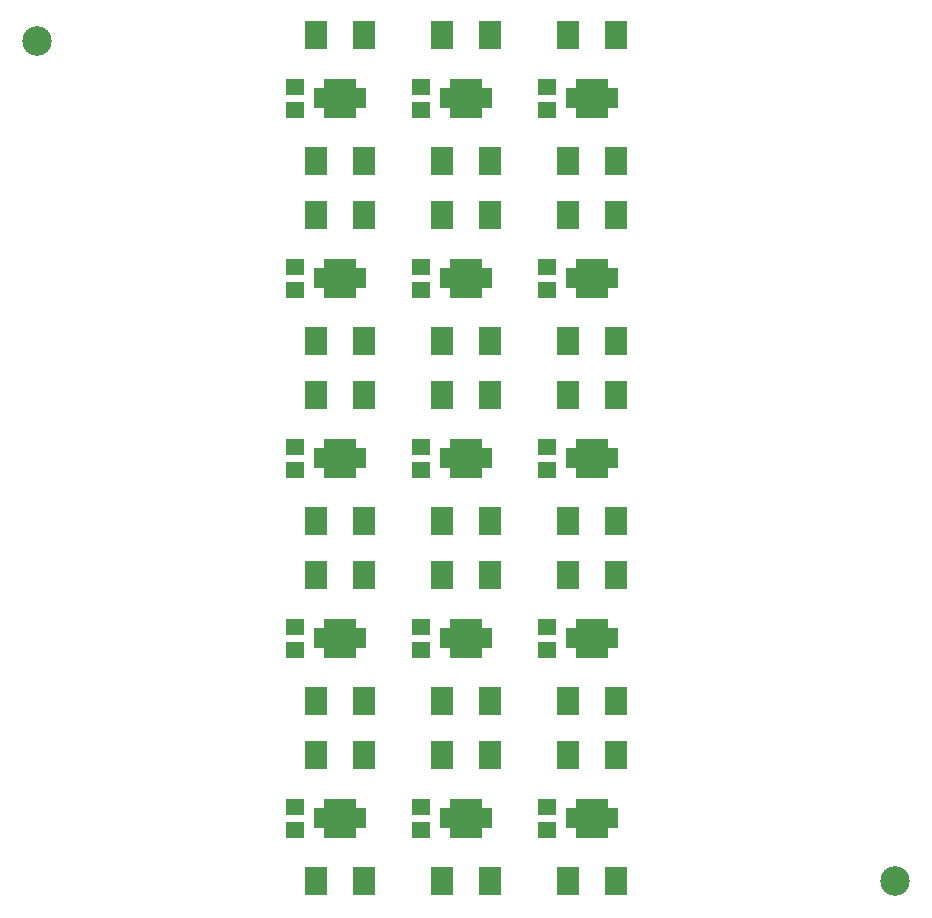
<source format=gbr>
G04 #@! TF.FileFunction,Soldermask,Top*
%FSLAX46Y46*%
G04 Gerber Fmt 4.6, Leading zero omitted, Abs format (unit mm)*
G04 Created by KiCad (PCBNEW no-vcs-found-product) date Qui 14 Abr 2016 10:23:32 BRT*
%MOMM*%
G01*
G04 APERTURE LIST*
%ADD10C,0.100000*%
%ADD11R,1.924000X2.400000*%
%ADD12R,1.350000X0.850000*%
%ADD13R,2.700000X0.850000*%
%ADD14R,0.850000X1.700000*%
%ADD15R,1.650000X1.400000*%
%ADD16C,2.500000*%
G04 APERTURE END LIST*
D10*
D11*
X74676000Y-110236000D03*
D12*
X77383000Y-105327000D03*
X76033000Y-105327000D03*
X76033000Y-104477000D03*
X77383000Y-104477000D03*
D13*
X76708000Y-103677000D03*
X76708000Y-106177000D03*
D14*
X78483000Y-104902000D03*
X74933000Y-104902000D03*
D11*
X78740000Y-110236000D03*
X74676000Y-99568000D03*
D15*
X72898000Y-103902000D03*
X72898000Y-105902000D03*
D11*
X78740000Y-99568000D03*
X68072000Y-99568000D03*
D15*
X62230000Y-103902000D03*
X62230000Y-105902000D03*
X51562000Y-103902000D03*
X51562000Y-105902000D03*
D11*
X68072000Y-110236000D03*
D12*
X56047000Y-105327000D03*
X54697000Y-105327000D03*
X54697000Y-104477000D03*
X56047000Y-104477000D03*
D13*
X55372000Y-103677000D03*
X55372000Y-106177000D03*
D14*
X57147000Y-104902000D03*
X53597000Y-104902000D03*
D11*
X57404000Y-110236000D03*
D12*
X66715000Y-105327000D03*
X65365000Y-105327000D03*
X65365000Y-104477000D03*
X66715000Y-104477000D03*
D13*
X66040000Y-103677000D03*
X66040000Y-106177000D03*
D14*
X67815000Y-104902000D03*
X64265000Y-104902000D03*
D11*
X64008000Y-110236000D03*
X53340000Y-110236000D03*
X57404000Y-99568000D03*
X64008000Y-99568000D03*
X53340000Y-99568000D03*
X57404000Y-94996000D03*
X57404000Y-79756000D03*
X57404000Y-64516000D03*
X53340000Y-94996000D03*
X53340000Y-79756000D03*
X53340000Y-64516000D03*
D12*
X56047000Y-90087000D03*
X54697000Y-90087000D03*
X54697000Y-89237000D03*
X56047000Y-89237000D03*
D13*
X55372000Y-88437000D03*
X55372000Y-90937000D03*
D14*
X57147000Y-89662000D03*
X53597000Y-89662000D03*
D12*
X56047000Y-74847000D03*
X54697000Y-74847000D03*
X54697000Y-73997000D03*
X56047000Y-73997000D03*
D13*
X55372000Y-73197000D03*
X55372000Y-75697000D03*
D14*
X57147000Y-74422000D03*
X53597000Y-74422000D03*
D12*
X56047000Y-59607000D03*
X54697000Y-59607000D03*
X54697000Y-58757000D03*
X56047000Y-58757000D03*
D13*
X55372000Y-57957000D03*
X55372000Y-60457000D03*
D14*
X57147000Y-59182000D03*
X53597000Y-59182000D03*
D15*
X62230000Y-88662000D03*
X62230000Y-90662000D03*
X62230000Y-73422000D03*
X62230000Y-75422000D03*
X62230000Y-58182000D03*
X62230000Y-60182000D03*
D11*
X57404000Y-84328000D03*
X57404000Y-69088000D03*
X57404000Y-53848000D03*
D15*
X51562000Y-88662000D03*
X51562000Y-90662000D03*
X51562000Y-73422000D03*
X51562000Y-75422000D03*
X51562000Y-58182000D03*
X51562000Y-60182000D03*
D11*
X53340000Y-84328000D03*
X53340000Y-69088000D03*
X53340000Y-53848000D03*
X78740000Y-94996000D03*
X78740000Y-79756000D03*
X78740000Y-64516000D03*
X74676000Y-94996000D03*
X74676000Y-79756000D03*
X74676000Y-64516000D03*
X78740000Y-84328000D03*
X78740000Y-69088000D03*
X78740000Y-53848000D03*
D12*
X77383000Y-90087000D03*
X76033000Y-90087000D03*
X76033000Y-89237000D03*
X77383000Y-89237000D03*
D13*
X76708000Y-88437000D03*
X76708000Y-90937000D03*
D14*
X78483000Y-89662000D03*
X74933000Y-89662000D03*
D12*
X77383000Y-74847000D03*
X76033000Y-74847000D03*
X76033000Y-73997000D03*
X77383000Y-73997000D03*
D13*
X76708000Y-73197000D03*
X76708000Y-75697000D03*
D14*
X78483000Y-74422000D03*
X74933000Y-74422000D03*
D12*
X77383000Y-59607000D03*
X76033000Y-59607000D03*
X76033000Y-58757000D03*
X77383000Y-58757000D03*
D13*
X76708000Y-57957000D03*
X76708000Y-60457000D03*
D14*
X78483000Y-59182000D03*
X74933000Y-59182000D03*
D11*
X74676000Y-84328000D03*
X74676000Y-69088000D03*
X74676000Y-53848000D03*
X68072000Y-94996000D03*
X68072000Y-79756000D03*
X68072000Y-64516000D03*
X64008000Y-94996000D03*
X64008000Y-79756000D03*
X64008000Y-64516000D03*
D15*
X72898000Y-88662000D03*
X72898000Y-90662000D03*
X72898000Y-73422000D03*
X72898000Y-75422000D03*
X72898000Y-58182000D03*
X72898000Y-60182000D03*
D12*
X66715000Y-90087000D03*
X65365000Y-90087000D03*
X65365000Y-89237000D03*
X66715000Y-89237000D03*
D13*
X66040000Y-88437000D03*
X66040000Y-90937000D03*
D14*
X67815000Y-89662000D03*
X64265000Y-89662000D03*
D12*
X66715000Y-74847000D03*
X65365000Y-74847000D03*
X65365000Y-73997000D03*
X66715000Y-73997000D03*
D13*
X66040000Y-73197000D03*
X66040000Y-75697000D03*
D14*
X67815000Y-74422000D03*
X64265000Y-74422000D03*
D12*
X66715000Y-59607000D03*
X65365000Y-59607000D03*
X65365000Y-58757000D03*
X66715000Y-58757000D03*
D13*
X66040000Y-57957000D03*
X66040000Y-60457000D03*
D14*
X67815000Y-59182000D03*
X64265000Y-59182000D03*
D11*
X64008000Y-84328000D03*
X64008000Y-69088000D03*
X64008000Y-53848000D03*
X68072000Y-84328000D03*
X68072000Y-69088000D03*
X68072000Y-53848000D03*
D16*
X102362000Y-110236000D03*
D11*
X78740000Y-38608000D03*
X68072000Y-38608000D03*
X74676000Y-49276000D03*
X64008000Y-49276000D03*
X74676000Y-38608000D03*
X64008000Y-38608000D03*
D12*
X77383000Y-44367000D03*
X76033000Y-44367000D03*
X76033000Y-43517000D03*
X77383000Y-43517000D03*
D13*
X76708000Y-42717000D03*
X76708000Y-45217000D03*
D14*
X78483000Y-43942000D03*
X74933000Y-43942000D03*
D12*
X66715000Y-44367000D03*
X65365000Y-44367000D03*
X65365000Y-43517000D03*
X66715000Y-43517000D03*
D13*
X66040000Y-42717000D03*
X66040000Y-45217000D03*
D14*
X67815000Y-43942000D03*
X64265000Y-43942000D03*
D11*
X78740000Y-49276000D03*
X68072000Y-49276000D03*
D15*
X72898000Y-42942000D03*
X72898000Y-44942000D03*
X62230000Y-42942000D03*
X62230000Y-44942000D03*
D11*
X57404000Y-49276000D03*
D12*
X56047000Y-44367000D03*
X54697000Y-44367000D03*
X54697000Y-43517000D03*
X56047000Y-43517000D03*
D13*
X55372000Y-42717000D03*
X55372000Y-45217000D03*
D14*
X57147000Y-43942000D03*
X53597000Y-43942000D03*
D11*
X53340000Y-38608000D03*
X53340000Y-49276000D03*
D15*
X51562000Y-42942000D03*
X51562000Y-44942000D03*
D11*
X57404000Y-38608000D03*
D16*
X29718000Y-39116000D03*
M02*

</source>
